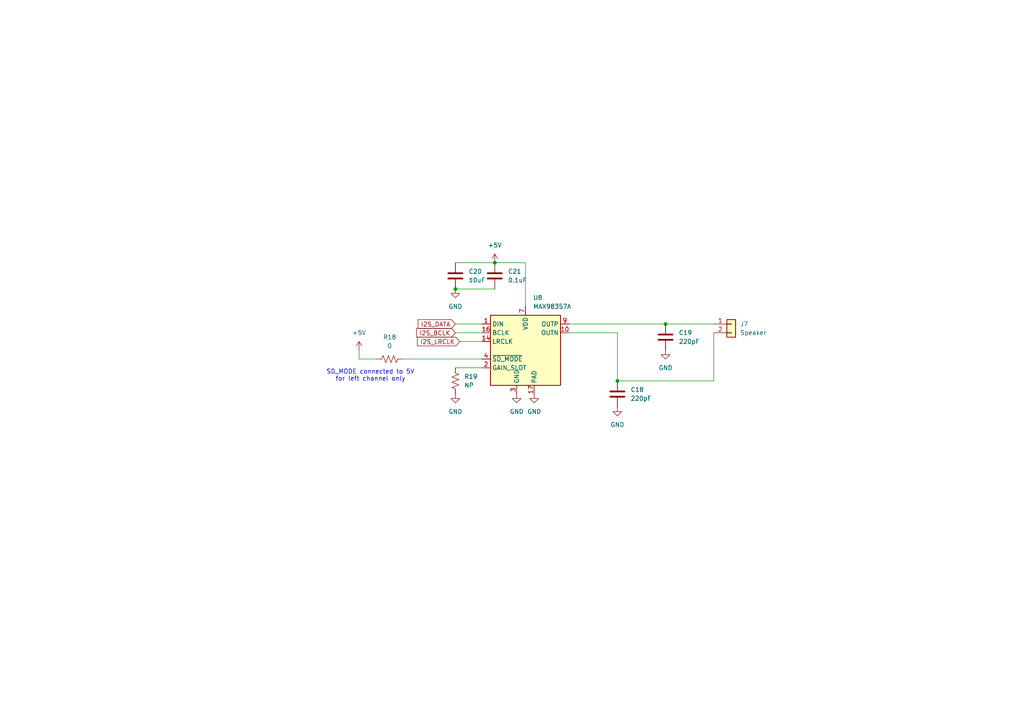
<source format=kicad_sch>
(kicad_sch
	(version 20231120)
	(generator "eeschema")
	(generator_version "8.0")
	(uuid "df73685d-7355-4370-9421-638c518a580c")
	(paper "A4")
	(lib_symbols
		(symbol "Audio:MAX98357A"
			(exclude_from_sim no)
			(in_bom yes)
			(on_board yes)
			(property "Reference" "U"
				(at -8.89 11.43 0)
				(effects
					(font
						(size 1.27 1.27)
					)
				)
			)
			(property "Value" "MAX98357A"
				(at 10.16 11.43 0)
				(effects
					(font
						(size 1.27 1.27)
					)
				)
			)
			(property "Footprint" "Package_DFN_QFN:TQFN-16-1EP_3x3mm_P0.5mm_EP1.23x1.23mm"
				(at -1.27 -2.54 0)
				(effects
					(font
						(size 1.27 1.27)
					)
					(hide yes)
				)
			)
			(property "Datasheet" "https://www.analog.com/media/en/technical-documentation/data-sheets/MAX98357A-MAX98357B.pdf"
				(at 0 -2.54 0)
				(effects
					(font
						(size 1.27 1.27)
					)
					(hide yes)
				)
			)
			(property "Description" "Mono DAC with amplifier, I2S, PCM, TDM, 32-bit, 96khz, 3.2W, TQFP-16"
				(at 0 0 0)
				(effects
					(font
						(size 1.27 1.27)
					)
					(hide yes)
				)
			)
			(property "ki_keywords" "pcm tdm i2s left-justified amplifier audio dac"
				(at 0 0 0)
				(effects
					(font
						(size 1.27 1.27)
					)
					(hide yes)
				)
			)
			(property "ki_fp_filters" "TQFN*3x3mm*P0.5mm*EP1.23x1.23mm*"
				(at 0 0 0)
				(effects
					(font
						(size 1.27 1.27)
					)
					(hide yes)
				)
			)
			(symbol "MAX98357A_1_1"
				(rectangle
					(start -10.16 10.16)
					(end 10.16 -10.16)
					(stroke
						(width 0.254)
						(type default)
					)
					(fill
						(type background)
					)
				)
				(pin input line
					(at -12.7 7.62 0)
					(length 2.54)
					(name "DIN"
						(effects
							(font
								(size 1.27 1.27)
							)
						)
					)
					(number "1"
						(effects
							(font
								(size 1.27 1.27)
							)
						)
					)
				)
				(pin output line
					(at 12.7 5.08 180)
					(length 2.54)
					(name "OUTN"
						(effects
							(font
								(size 1.27 1.27)
							)
						)
					)
					(number "10"
						(effects
							(font
								(size 1.27 1.27)
							)
						)
					)
				)
				(pin passive line
					(at -2.54 -12.7 90)
					(length 2.54) hide
					(name "GND"
						(effects
							(font
								(size 1.27 1.27)
							)
						)
					)
					(number "11"
						(effects
							(font
								(size 1.27 1.27)
							)
						)
					)
				)
				(pin no_connect line
					(at 10.16 -5.08 180)
					(length 2.54) hide
					(name "NC"
						(effects
							(font
								(size 1.27 1.27)
							)
						)
					)
					(number "12"
						(effects
							(font
								(size 1.27 1.27)
							)
						)
					)
				)
				(pin no_connect line
					(at 10.16 -7.62 180)
					(length 2.54) hide
					(name "NC"
						(effects
							(font
								(size 1.27 1.27)
							)
						)
					)
					(number "13"
						(effects
							(font
								(size 1.27 1.27)
							)
						)
					)
				)
				(pin input line
					(at -12.7 2.54 0)
					(length 2.54)
					(name "LRCLK"
						(effects
							(font
								(size 1.27 1.27)
							)
						)
					)
					(number "14"
						(effects
							(font
								(size 1.27 1.27)
							)
						)
					)
				)
				(pin passive line
					(at -2.54 -12.7 90)
					(length 2.54) hide
					(name "GND"
						(effects
							(font
								(size 1.27 1.27)
							)
						)
					)
					(number "15"
						(effects
							(font
								(size 1.27 1.27)
							)
						)
					)
				)
				(pin input line
					(at -12.7 5.08 0)
					(length 2.54)
					(name "BCLK"
						(effects
							(font
								(size 1.27 1.27)
							)
						)
					)
					(number "16"
						(effects
							(font
								(size 1.27 1.27)
							)
						)
					)
				)
				(pin unspecified line
					(at 2.54 -12.7 90)
					(length 2.54)
					(name "PAD"
						(effects
							(font
								(size 1.27 1.27)
							)
						)
					)
					(number "17"
						(effects
							(font
								(size 1.27 1.27)
							)
						)
					)
				)
				(pin passive line
					(at -12.7 -5.08 0)
					(length 2.54)
					(name "GAIN_SLOT"
						(effects
							(font
								(size 1.27 1.27)
							)
						)
					)
					(number "2"
						(effects
							(font
								(size 1.27 1.27)
							)
						)
					)
				)
				(pin power_in line
					(at -2.54 -12.7 90)
					(length 2.54)
					(name "GND"
						(effects
							(font
								(size 1.27 1.27)
							)
						)
					)
					(number "3"
						(effects
							(font
								(size 1.27 1.27)
							)
						)
					)
				)
				(pin input line
					(at -12.7 -2.54 0)
					(length 2.54)
					(name "~{SD_MODE}"
						(effects
							(font
								(size 1.27 1.27)
							)
						)
					)
					(number "4"
						(effects
							(font
								(size 1.27 1.27)
							)
						)
					)
				)
				(pin no_connect line
					(at 10.16 2.54 180)
					(length 2.54) hide
					(name "NC"
						(effects
							(font
								(size 1.27 1.27)
							)
						)
					)
					(number "5"
						(effects
							(font
								(size 1.27 1.27)
							)
						)
					)
				)
				(pin no_connect line
					(at 10.16 0 180)
					(length 2.54) hide
					(name "NC"
						(effects
							(font
								(size 1.27 1.27)
							)
						)
					)
					(number "6"
						(effects
							(font
								(size 1.27 1.27)
							)
						)
					)
				)
				(pin power_in line
					(at 0 12.7 270)
					(length 2.54)
					(name "VDD"
						(effects
							(font
								(size 1.27 1.27)
							)
						)
					)
					(number "7"
						(effects
							(font
								(size 1.27 1.27)
							)
						)
					)
				)
				(pin passive line
					(at 0 12.7 270)
					(length 2.54) hide
					(name "VDD"
						(effects
							(font
								(size 1.27 1.27)
							)
						)
					)
					(number "8"
						(effects
							(font
								(size 1.27 1.27)
							)
						)
					)
				)
				(pin output line
					(at 12.7 7.62 180)
					(length 2.54)
					(name "OUTP"
						(effects
							(font
								(size 1.27 1.27)
							)
						)
					)
					(number "9"
						(effects
							(font
								(size 1.27 1.27)
							)
						)
					)
				)
			)
		)
		(symbol "Connector_Generic:Conn_01x02"
			(pin_names
				(offset 1.016) hide)
			(exclude_from_sim no)
			(in_bom yes)
			(on_board yes)
			(property "Reference" "J"
				(at 0 2.54 0)
				(effects
					(font
						(size 1.27 1.27)
					)
				)
			)
			(property "Value" "Conn_01x02"
				(at 0 -5.08 0)
				(effects
					(font
						(size 1.27 1.27)
					)
				)
			)
			(property "Footprint" ""
				(at 0 0 0)
				(effects
					(font
						(size 1.27 1.27)
					)
					(hide yes)
				)
			)
			(property "Datasheet" "~"
				(at 0 0 0)
				(effects
					(font
						(size 1.27 1.27)
					)
					(hide yes)
				)
			)
			(property "Description" "Generic connector, single row, 01x02, script generated (kicad-library-utils/schlib/autogen/connector/)"
				(at 0 0 0)
				(effects
					(font
						(size 1.27 1.27)
					)
					(hide yes)
				)
			)
			(property "ki_keywords" "connector"
				(at 0 0 0)
				(effects
					(font
						(size 1.27 1.27)
					)
					(hide yes)
				)
			)
			(property "ki_fp_filters" "Connector*:*_1x??_*"
				(at 0 0 0)
				(effects
					(font
						(size 1.27 1.27)
					)
					(hide yes)
				)
			)
			(symbol "Conn_01x02_1_1"
				(rectangle
					(start -1.27 -2.413)
					(end 0 -2.667)
					(stroke
						(width 0.1524)
						(type default)
					)
					(fill
						(type none)
					)
				)
				(rectangle
					(start -1.27 0.127)
					(end 0 -0.127)
					(stroke
						(width 0.1524)
						(type default)
					)
					(fill
						(type none)
					)
				)
				(rectangle
					(start -1.27 1.27)
					(end 1.27 -3.81)
					(stroke
						(width 0.254)
						(type default)
					)
					(fill
						(type background)
					)
				)
				(pin passive line
					(at -5.08 0 0)
					(length 3.81)
					(name "Pin_1"
						(effects
							(font
								(size 1.27 1.27)
							)
						)
					)
					(number "1"
						(effects
							(font
								(size 1.27 1.27)
							)
						)
					)
				)
				(pin passive line
					(at -5.08 -2.54 0)
					(length 3.81)
					(name "Pin_2"
						(effects
							(font
								(size 1.27 1.27)
							)
						)
					)
					(number "2"
						(effects
							(font
								(size 1.27 1.27)
							)
						)
					)
				)
			)
		)
		(symbol "Device:C"
			(pin_numbers hide)
			(pin_names
				(offset 0.254)
			)
			(exclude_from_sim no)
			(in_bom yes)
			(on_board yes)
			(property "Reference" "C"
				(at 0.635 2.54 0)
				(effects
					(font
						(size 1.27 1.27)
					)
					(justify left)
				)
			)
			(property "Value" "C"
				(at 0.635 -2.54 0)
				(effects
					(font
						(size 1.27 1.27)
					)
					(justify left)
				)
			)
			(property "Footprint" ""
				(at 0.9652 -3.81 0)
				(effects
					(font
						(size 1.27 1.27)
					)
					(hide yes)
				)
			)
			(property "Datasheet" "~"
				(at 0 0 0)
				(effects
					(font
						(size 1.27 1.27)
					)
					(hide yes)
				)
			)
			(property "Description" "Unpolarized capacitor"
				(at 0 0 0)
				(effects
					(font
						(size 1.27 1.27)
					)
					(hide yes)
				)
			)
			(property "ki_keywords" "cap capacitor"
				(at 0 0 0)
				(effects
					(font
						(size 1.27 1.27)
					)
					(hide yes)
				)
			)
			(property "ki_fp_filters" "C_*"
				(at 0 0 0)
				(effects
					(font
						(size 1.27 1.27)
					)
					(hide yes)
				)
			)
			(symbol "C_0_1"
				(polyline
					(pts
						(xy -2.032 -0.762) (xy 2.032 -0.762)
					)
					(stroke
						(width 0.508)
						(type default)
					)
					(fill
						(type none)
					)
				)
				(polyline
					(pts
						(xy -2.032 0.762) (xy 2.032 0.762)
					)
					(stroke
						(width 0.508)
						(type default)
					)
					(fill
						(type none)
					)
				)
			)
			(symbol "C_1_1"
				(pin passive line
					(at 0 3.81 270)
					(length 2.794)
					(name "~"
						(effects
							(font
								(size 1.27 1.27)
							)
						)
					)
					(number "1"
						(effects
							(font
								(size 1.27 1.27)
							)
						)
					)
				)
				(pin passive line
					(at 0 -3.81 90)
					(length 2.794)
					(name "~"
						(effects
							(font
								(size 1.27 1.27)
							)
						)
					)
					(number "2"
						(effects
							(font
								(size 1.27 1.27)
							)
						)
					)
				)
			)
		)
		(symbol "Device:R_US"
			(pin_numbers hide)
			(pin_names
				(offset 0)
			)
			(exclude_from_sim no)
			(in_bom yes)
			(on_board yes)
			(property "Reference" "R"
				(at 2.54 0 90)
				(effects
					(font
						(size 1.27 1.27)
					)
				)
			)
			(property "Value" "R_US"
				(at -2.54 0 90)
				(effects
					(font
						(size 1.27 1.27)
					)
				)
			)
			(property "Footprint" ""
				(at 1.016 -0.254 90)
				(effects
					(font
						(size 1.27 1.27)
					)
					(hide yes)
				)
			)
			(property "Datasheet" "~"
				(at 0 0 0)
				(effects
					(font
						(size 1.27 1.27)
					)
					(hide yes)
				)
			)
			(property "Description" "Resistor, US symbol"
				(at 0 0 0)
				(effects
					(font
						(size 1.27 1.27)
					)
					(hide yes)
				)
			)
			(property "ki_keywords" "R res resistor"
				(at 0 0 0)
				(effects
					(font
						(size 1.27 1.27)
					)
					(hide yes)
				)
			)
			(property "ki_fp_filters" "R_*"
				(at 0 0 0)
				(effects
					(font
						(size 1.27 1.27)
					)
					(hide yes)
				)
			)
			(symbol "R_US_0_1"
				(polyline
					(pts
						(xy 0 -2.286) (xy 0 -2.54)
					)
					(stroke
						(width 0)
						(type default)
					)
					(fill
						(type none)
					)
				)
				(polyline
					(pts
						(xy 0 2.286) (xy 0 2.54)
					)
					(stroke
						(width 0)
						(type default)
					)
					(fill
						(type none)
					)
				)
				(polyline
					(pts
						(xy 0 -0.762) (xy 1.016 -1.143) (xy 0 -1.524) (xy -1.016 -1.905) (xy 0 -2.286)
					)
					(stroke
						(width 0)
						(type default)
					)
					(fill
						(type none)
					)
				)
				(polyline
					(pts
						(xy 0 0.762) (xy 1.016 0.381) (xy 0 0) (xy -1.016 -0.381) (xy 0 -0.762)
					)
					(stroke
						(width 0)
						(type default)
					)
					(fill
						(type none)
					)
				)
				(polyline
					(pts
						(xy 0 2.286) (xy 1.016 1.905) (xy 0 1.524) (xy -1.016 1.143) (xy 0 0.762)
					)
					(stroke
						(width 0)
						(type default)
					)
					(fill
						(type none)
					)
				)
			)
			(symbol "R_US_1_1"
				(pin passive line
					(at 0 3.81 270)
					(length 1.27)
					(name "~"
						(effects
							(font
								(size 1.27 1.27)
							)
						)
					)
					(number "1"
						(effects
							(font
								(size 1.27 1.27)
							)
						)
					)
				)
				(pin passive line
					(at 0 -3.81 90)
					(length 1.27)
					(name "~"
						(effects
							(font
								(size 1.27 1.27)
							)
						)
					)
					(number "2"
						(effects
							(font
								(size 1.27 1.27)
							)
						)
					)
				)
			)
		)
		(symbol "power:+5V"
			(power)
			(pin_numbers hide)
			(pin_names
				(offset 0) hide)
			(exclude_from_sim no)
			(in_bom yes)
			(on_board yes)
			(property "Reference" "#PWR"
				(at 0 -3.81 0)
				(effects
					(font
						(size 1.27 1.27)
					)
					(hide yes)
				)
			)
			(property "Value" "+5V"
				(at 0 3.556 0)
				(effects
					(font
						(size 1.27 1.27)
					)
				)
			)
			(property "Footprint" ""
				(at 0 0 0)
				(effects
					(font
						(size 1.27 1.27)
					)
					(hide yes)
				)
			)
			(property "Datasheet" ""
				(at 0 0 0)
				(effects
					(font
						(size 1.27 1.27)
					)
					(hide yes)
				)
			)
			(property "Description" "Power symbol creates a global label with name \"+5V\""
				(at 0 0 0)
				(effects
					(font
						(size 1.27 1.27)
					)
					(hide yes)
				)
			)
			(property "ki_keywords" "global power"
				(at 0 0 0)
				(effects
					(font
						(size 1.27 1.27)
					)
					(hide yes)
				)
			)
			(symbol "+5V_0_1"
				(polyline
					(pts
						(xy -0.762 1.27) (xy 0 2.54)
					)
					(stroke
						(width 0)
						(type default)
					)
					(fill
						(type none)
					)
				)
				(polyline
					(pts
						(xy 0 0) (xy 0 2.54)
					)
					(stroke
						(width 0)
						(type default)
					)
					(fill
						(type none)
					)
				)
				(polyline
					(pts
						(xy 0 2.54) (xy 0.762 1.27)
					)
					(stroke
						(width 0)
						(type default)
					)
					(fill
						(type none)
					)
				)
			)
			(symbol "+5V_1_1"
				(pin power_in line
					(at 0 0 90)
					(length 0)
					(name "~"
						(effects
							(font
								(size 1.27 1.27)
							)
						)
					)
					(number "1"
						(effects
							(font
								(size 1.27 1.27)
							)
						)
					)
				)
			)
		)
		(symbol "power:GND"
			(power)
			(pin_numbers hide)
			(pin_names
				(offset 0) hide)
			(exclude_from_sim no)
			(in_bom yes)
			(on_board yes)
			(property "Reference" "#PWR"
				(at 0 -6.35 0)
				(effects
					(font
						(size 1.27 1.27)
					)
					(hide yes)
				)
			)
			(property "Value" "GND"
				(at 0 -3.81 0)
				(effects
					(font
						(size 1.27 1.27)
					)
				)
			)
			(property "Footprint" ""
				(at 0 0 0)
				(effects
					(font
						(size 1.27 1.27)
					)
					(hide yes)
				)
			)
			(property "Datasheet" ""
				(at 0 0 0)
				(effects
					(font
						(size 1.27 1.27)
					)
					(hide yes)
				)
			)
			(property "Description" "Power symbol creates a global label with name \"GND\" , ground"
				(at 0 0 0)
				(effects
					(font
						(size 1.27 1.27)
					)
					(hide yes)
				)
			)
			(property "ki_keywords" "global power"
				(at 0 0 0)
				(effects
					(font
						(size 1.27 1.27)
					)
					(hide yes)
				)
			)
			(symbol "GND_0_1"
				(polyline
					(pts
						(xy 0 0) (xy 0 -1.27) (xy 1.27 -1.27) (xy 0 -2.54) (xy -1.27 -1.27) (xy 0 -1.27)
					)
					(stroke
						(width 0)
						(type default)
					)
					(fill
						(type none)
					)
				)
			)
			(symbol "GND_1_1"
				(pin power_in line
					(at 0 0 270)
					(length 0)
					(name "~"
						(effects
							(font
								(size 1.27 1.27)
							)
						)
					)
					(number "1"
						(effects
							(font
								(size 1.27 1.27)
							)
						)
					)
				)
			)
		)
	)
	(junction
		(at 179.07 110.49)
		(diameter 0)
		(color 0 0 0 0)
		(uuid "35cd2bf5-a651-4c23-a5a5-785ef5b42c82")
	)
	(junction
		(at 132.08 83.82)
		(diameter 0)
		(color 0 0 0 0)
		(uuid "5b2bebfa-63ca-4938-8147-91e39cd27e29")
	)
	(junction
		(at 193.04 93.98)
		(diameter 0)
		(color 0 0 0 0)
		(uuid "858161cb-af9a-4bad-99ff-2ea8670540b2")
	)
	(junction
		(at 143.51 76.2)
		(diameter 0)
		(color 0 0 0 0)
		(uuid "d502554d-473d-4d29-9671-b01e01c614d5")
	)
	(wire
		(pts
			(xy 104.14 104.14) (xy 104.14 101.6)
		)
		(stroke
			(width 0)
			(type default)
		)
		(uuid "0624a835-268a-4575-b50c-0c24f6fb6ace")
	)
	(wire
		(pts
			(xy 143.51 76.2) (xy 152.4 76.2)
		)
		(stroke
			(width 0)
			(type default)
		)
		(uuid "11cbe0e6-edb1-486c-b00d-3202360b1e0e")
	)
	(wire
		(pts
			(xy 132.08 83.82) (xy 143.51 83.82)
		)
		(stroke
			(width 0)
			(type default)
		)
		(uuid "2594eb99-805b-431f-9845-f1781715b75b")
	)
	(wire
		(pts
			(xy 179.07 96.52) (xy 179.07 110.49)
		)
		(stroke
			(width 0)
			(type default)
		)
		(uuid "3cc51fca-0629-41f8-998e-aabe7a81e05c")
	)
	(wire
		(pts
			(xy 152.4 76.2) (xy 152.4 88.9)
		)
		(stroke
			(width 0)
			(type default)
		)
		(uuid "422049e8-8dc0-4dfc-acb3-b858e068f0e2")
	)
	(wire
		(pts
			(xy 132.08 76.2) (xy 143.51 76.2)
		)
		(stroke
			(width 0)
			(type default)
		)
		(uuid "4f4854fa-044a-4c12-8524-964628339af6")
	)
	(wire
		(pts
			(xy 132.08 96.52) (xy 139.7 96.52)
		)
		(stroke
			(width 0)
			(type default)
		)
		(uuid "5045fb93-4a26-4696-bbc6-8528b0eacb6b")
	)
	(wire
		(pts
			(xy 179.07 96.52) (xy 165.1 96.52)
		)
		(stroke
			(width 0)
			(type default)
		)
		(uuid "5b9cef89-3fd2-4259-a4f6-2f4b80a5a354")
	)
	(wire
		(pts
			(xy 207.01 110.49) (xy 179.07 110.49)
		)
		(stroke
			(width 0)
			(type default)
		)
		(uuid "5e708168-0901-43e3-9183-70e229c60673")
	)
	(wire
		(pts
			(xy 207.01 96.52) (xy 207.01 110.49)
		)
		(stroke
			(width 0)
			(type default)
		)
		(uuid "69fdf66d-e70f-47bd-b16f-f2131484f841")
	)
	(wire
		(pts
			(xy 132.08 106.68) (xy 139.7 106.68)
		)
		(stroke
			(width 0)
			(type default)
		)
		(uuid "7f5bd0a0-c4ab-47a4-80fe-f1b46b7858dc")
	)
	(wire
		(pts
			(xy 116.84 104.14) (xy 139.7 104.14)
		)
		(stroke
			(width 0)
			(type default)
		)
		(uuid "a34decfd-d43b-4be9-a7d7-0889016ea3b9")
	)
	(wire
		(pts
			(xy 104.14 104.14) (xy 109.22 104.14)
		)
		(stroke
			(width 0)
			(type default)
		)
		(uuid "c01c16ad-c23a-4d70-adfa-5ae5635cfb76")
	)
	(wire
		(pts
			(xy 165.1 93.98) (xy 193.04 93.98)
		)
		(stroke
			(width 0)
			(type default)
		)
		(uuid "c7960e7e-a013-41d3-86f7-591d1d206a61")
	)
	(wire
		(pts
			(xy 132.08 93.98) (xy 139.7 93.98)
		)
		(stroke
			(width 0)
			(type default)
		)
		(uuid "c9ce9b95-3f20-4654-8a51-9cc34f2c7ce9")
	)
	(wire
		(pts
			(xy 133.35 99.06) (xy 139.7 99.06)
		)
		(stroke
			(width 0)
			(type default)
		)
		(uuid "d3f2e924-9590-462e-8771-19849df596ef")
	)
	(wire
		(pts
			(xy 193.04 93.98) (xy 207.01 93.98)
		)
		(stroke
			(width 0)
			(type default)
		)
		(uuid "e362db20-fc8d-44f9-8e6f-b98e30ac7128")
	)
	(text "SD_MODE connected to 5V\nfor left channel only\n"
		(exclude_from_sim no)
		(at 107.442 108.966 0)
		(effects
			(font
				(size 1.27 1.27)
			)
		)
		(uuid "eb964b54-e97d-459c-8879-2c403f717bdf")
	)
	(global_label "I2S_DATA"
		(shape input)
		(at 132.08 93.98 180)
		(fields_autoplaced yes)
		(effects
			(font
				(size 1.27 1.27)
			)
			(justify right)
		)
		(uuid "44d3b98d-4559-4e09-a86b-09385c5d52da")
		(property "Intersheetrefs" "${INTERSHEET_REFS}"
			(at 120.6886 93.98 0)
			(effects
				(font
					(size 1.27 1.27)
				)
				(justify right)
				(hide yes)
			)
		)
	)
	(global_label "I2S_BCLK"
		(shape input)
		(at 132.08 96.52 180)
		(fields_autoplaced yes)
		(effects
			(font
				(size 1.27 1.27)
			)
			(justify right)
		)
		(uuid "73d38840-3507-4c82-8614-24a56d404125")
		(property "Intersheetrefs" "${INTERSHEET_REFS}"
			(at 120.2653 96.52 0)
			(effects
				(font
					(size 1.27 1.27)
				)
				(justify right)
				(hide yes)
			)
		)
	)
	(global_label "I2S_LRCLK"
		(shape input)
		(at 133.35 99.06 180)
		(fields_autoplaced yes)
		(effects
			(font
				(size 1.27 1.27)
			)
			(justify right)
		)
		(uuid "ea0ff838-bb22-4a64-a360-af56494e79f5")
		(property "Intersheetrefs" "${INTERSHEET_REFS}"
			(at 120.5072 99.06 0)
			(effects
				(font
					(size 1.27 1.27)
				)
				(justify right)
				(hide yes)
			)
		)
	)
	(symbol
		(lib_id "Device:R_US")
		(at 132.08 110.49 180)
		(unit 1)
		(exclude_from_sim no)
		(in_bom yes)
		(on_board yes)
		(dnp no)
		(fields_autoplaced yes)
		(uuid "107cbe60-d1f3-400d-ad8e-cbf81c2e58ce")
		(property "Reference" "R19"
			(at 134.62 109.2199 0)
			(effects
				(font
					(size 1.27 1.27)
				)
				(justify right)
			)
		)
		(property "Value" "NP"
			(at 134.62 111.7599 0)
			(effects
				(font
					(size 1.27 1.27)
				)
				(justify right)
			)
		)
		(property "Footprint" "Resistor_SMD:R_0603_1608Metric_Pad0.98x0.95mm_HandSolder"
			(at 131.064 110.236 90)
			(effects
				(font
					(size 1.27 1.27)
				)
				(hide yes)
			)
		)
		(property "Datasheet" "~"
			(at 132.08 110.49 0)
			(effects
				(font
					(size 1.27 1.27)
				)
				(hide yes)
			)
		)
		(property "Description" "Resistor, US symbol"
			(at 132.08 110.49 0)
			(effects
				(font
					(size 1.27 1.27)
				)
				(hide yes)
			)
		)
		(pin "1"
			(uuid "97435626-b323-455b-87e1-e1660430f71a")
		)
		(pin "2"
			(uuid "bc3df974-d9ad-42a2-8c9c-3b99babf77af")
		)
		(instances
			(project "TX"
				(path "/f9f54452-72bc-42e0-a85c-2b2c5cedd536/069004a8-8e7b-484b-a9d3-3826265afee6"
					(reference "R19")
					(unit 1)
				)
			)
		)
	)
	(symbol
		(lib_id "power:+5V")
		(at 104.14 101.6 0)
		(unit 1)
		(exclude_from_sim no)
		(in_bom yes)
		(on_board yes)
		(dnp no)
		(fields_autoplaced yes)
		(uuid "206d022c-416b-4482-b4f8-dfa048a5f5c5")
		(property "Reference" "#PWR036"
			(at 104.14 105.41 0)
			(effects
				(font
					(size 1.27 1.27)
				)
				(hide yes)
			)
		)
		(property "Value" "+5V"
			(at 104.14 96.52 0)
			(effects
				(font
					(size 1.27 1.27)
				)
			)
		)
		(property "Footprint" ""
			(at 104.14 101.6 0)
			(effects
				(font
					(size 1.27 1.27)
				)
				(hide yes)
			)
		)
		(property "Datasheet" ""
			(at 104.14 101.6 0)
			(effects
				(font
					(size 1.27 1.27)
				)
				(hide yes)
			)
		)
		(property "Description" "Power symbol creates a global label with name \"+5V\""
			(at 104.14 101.6 0)
			(effects
				(font
					(size 1.27 1.27)
				)
				(hide yes)
			)
		)
		(pin "1"
			(uuid "388ce1f7-755b-44ab-9c72-dda723b24cef")
		)
		(instances
			(project "TX"
				(path "/f9f54452-72bc-42e0-a85c-2b2c5cedd536/069004a8-8e7b-484b-a9d3-3826265afee6"
					(reference "#PWR036")
					(unit 1)
				)
			)
		)
	)
	(symbol
		(lib_id "Connector_Generic:Conn_01x02")
		(at 212.09 93.98 0)
		(unit 1)
		(exclude_from_sim no)
		(in_bom yes)
		(on_board yes)
		(dnp no)
		(uuid "3854aae2-b663-4068-b204-0bbfa9208886")
		(property "Reference" "J7"
			(at 214.63 93.9799 0)
			(effects
				(font
					(size 1.27 1.27)
				)
				(justify left)
			)
		)
		(property "Value" "Speaker"
			(at 214.63 96.5199 0)
			(effects
				(font
					(size 1.27 1.27)
				)
				(justify left)
			)
		)
		(property "Footprint" "Connector_Molex:Molex_PicoBlade_53398-0271_1x02-1MP_P1.25mm_Vertical"
			(at 212.09 93.98 0)
			(effects
				(font
					(size 1.27 1.27)
				)
				(hide yes)
			)
		)
		(property "Datasheet" "~"
			(at 212.09 93.98 0)
			(effects
				(font
					(size 1.27 1.27)
				)
				(hide yes)
			)
		)
		(property "Description" "Generic connector, single row, 01x02, script generated (kicad-library-utils/schlib/autogen/connector/)"
			(at 212.09 93.98 0)
			(effects
				(font
					(size 1.27 1.27)
				)
				(hide yes)
			)
		)
		(pin "2"
			(uuid "dad4ad9e-1ce6-4b1a-8a2b-2c79d88cffb2")
		)
		(pin "1"
			(uuid "070738c4-d783-4d0d-9e3e-2801ac58d97a")
		)
		(instances
			(project "TX"
				(path "/f9f54452-72bc-42e0-a85c-2b2c5cedd536/069004a8-8e7b-484b-a9d3-3826265afee6"
					(reference "J7")
					(unit 1)
				)
			)
		)
	)
	(symbol
		(lib_id "power:GND")
		(at 132.08 114.3 0)
		(unit 1)
		(exclude_from_sim no)
		(in_bom yes)
		(on_board yes)
		(dnp no)
		(fields_autoplaced yes)
		(uuid "43f0c874-ca1e-4c2a-907b-113aca22fddb")
		(property "Reference" "#PWR038"
			(at 132.08 120.65 0)
			(effects
				(font
					(size 1.27 1.27)
				)
				(hide yes)
			)
		)
		(property "Value" "GND"
			(at 132.08 119.38 0)
			(effects
				(font
					(size 1.27 1.27)
				)
			)
		)
		(property "Footprint" ""
			(at 132.08 114.3 0)
			(effects
				(font
					(size 1.27 1.27)
				)
				(hide yes)
			)
		)
		(property "Datasheet" ""
			(at 132.08 114.3 0)
			(effects
				(font
					(size 1.27 1.27)
				)
				(hide yes)
			)
		)
		(property "Description" "Power symbol creates a global label with name \"GND\" , ground"
			(at 132.08 114.3 0)
			(effects
				(font
					(size 1.27 1.27)
				)
				(hide yes)
			)
		)
		(pin "1"
			(uuid "f9bf7443-a2cf-4eac-a67a-e5379c364d68")
		)
		(instances
			(project "TX"
				(path "/f9f54452-72bc-42e0-a85c-2b2c5cedd536/069004a8-8e7b-484b-a9d3-3826265afee6"
					(reference "#PWR038")
					(unit 1)
				)
			)
		)
	)
	(symbol
		(lib_id "power:GND")
		(at 149.86 114.3 0)
		(unit 1)
		(exclude_from_sim no)
		(in_bom yes)
		(on_board yes)
		(dnp no)
		(fields_autoplaced yes)
		(uuid "466fe491-8936-4daa-89ab-b020e3ff656a")
		(property "Reference" "#PWR040"
			(at 149.86 120.65 0)
			(effects
				(font
					(size 1.27 1.27)
				)
				(hide yes)
			)
		)
		(property "Value" "GND"
			(at 149.86 119.38 0)
			(effects
				(font
					(size 1.27 1.27)
				)
			)
		)
		(property "Footprint" ""
			(at 149.86 114.3 0)
			(effects
				(font
					(size 1.27 1.27)
				)
				(hide yes)
			)
		)
		(property "Datasheet" ""
			(at 149.86 114.3 0)
			(effects
				(font
					(size 1.27 1.27)
				)
				(hide yes)
			)
		)
		(property "Description" "Power symbol creates a global label with name \"GND\" , ground"
			(at 149.86 114.3 0)
			(effects
				(font
					(size 1.27 1.27)
				)
				(hide yes)
			)
		)
		(pin "1"
			(uuid "aafd19f9-9ea0-4e90-b71a-67708cc431f2")
		)
		(instances
			(project "TX"
				(path "/f9f54452-72bc-42e0-a85c-2b2c5cedd536/069004a8-8e7b-484b-a9d3-3826265afee6"
					(reference "#PWR040")
					(unit 1)
				)
			)
		)
	)
	(symbol
		(lib_id "power:GND")
		(at 179.07 118.11 0)
		(unit 1)
		(exclude_from_sim no)
		(in_bom yes)
		(on_board yes)
		(dnp no)
		(fields_autoplaced yes)
		(uuid "5597448e-499d-47b6-97e4-19d56a9a61e2")
		(property "Reference" "#PWR042"
			(at 179.07 124.46 0)
			(effects
				(font
					(size 1.27 1.27)
				)
				(hide yes)
			)
		)
		(property "Value" "GND"
			(at 179.07 123.19 0)
			(effects
				(font
					(size 1.27 1.27)
				)
			)
		)
		(property "Footprint" ""
			(at 179.07 118.11 0)
			(effects
				(font
					(size 1.27 1.27)
				)
				(hide yes)
			)
		)
		(property "Datasheet" ""
			(at 179.07 118.11 0)
			(effects
				(font
					(size 1.27 1.27)
				)
				(hide yes)
			)
		)
		(property "Description" "Power symbol creates a global label with name \"GND\" , ground"
			(at 179.07 118.11 0)
			(effects
				(font
					(size 1.27 1.27)
				)
				(hide yes)
			)
		)
		(pin "1"
			(uuid "e649f40c-6229-486c-841e-c7946f178d95")
		)
		(instances
			(project "TX"
				(path "/f9f54452-72bc-42e0-a85c-2b2c5cedd536/069004a8-8e7b-484b-a9d3-3826265afee6"
					(reference "#PWR042")
					(unit 1)
				)
			)
		)
	)
	(symbol
		(lib_id "Device:C")
		(at 179.07 114.3 0)
		(unit 1)
		(exclude_from_sim no)
		(in_bom yes)
		(on_board yes)
		(dnp no)
		(fields_autoplaced yes)
		(uuid "710d46eb-8b0c-492e-8edf-c5f338d82c60")
		(property "Reference" "C18"
			(at 182.88 113.0299 0)
			(effects
				(font
					(size 1.27 1.27)
				)
				(justify left)
			)
		)
		(property "Value" "220pF"
			(at 182.88 115.5699 0)
			(effects
				(font
					(size 1.27 1.27)
				)
				(justify left)
			)
		)
		(property "Footprint" "Capacitor_SMD:C_0603_1608Metric_Pad1.08x0.95mm_HandSolder"
			(at 180.0352 118.11 0)
			(effects
				(font
					(size 1.27 1.27)
				)
				(hide yes)
			)
		)
		(property "Datasheet" "~"
			(at 179.07 114.3 0)
			(effects
				(font
					(size 1.27 1.27)
				)
				(hide yes)
			)
		)
		(property "Description" "Unpolarized capacitor"
			(at 179.07 114.3 0)
			(effects
				(font
					(size 1.27 1.27)
				)
				(hide yes)
			)
		)
		(pin "2"
			(uuid "b647ee78-ed68-44ff-be8e-f9c480acdae7")
		)
		(pin "1"
			(uuid "daf2829b-3149-406f-ae19-56cccd7ff8b9")
		)
		(instances
			(project "TX"
				(path "/f9f54452-72bc-42e0-a85c-2b2c5cedd536/069004a8-8e7b-484b-a9d3-3826265afee6"
					(reference "C18")
					(unit 1)
				)
			)
		)
	)
	(symbol
		(lib_id "Device:C")
		(at 143.51 80.01 0)
		(unit 1)
		(exclude_from_sim no)
		(in_bom yes)
		(on_board yes)
		(dnp no)
		(fields_autoplaced yes)
		(uuid "76340bd7-5dba-45a9-abac-7c6e6e5afae1")
		(property "Reference" "C21"
			(at 147.32 78.7399 0)
			(effects
				(font
					(size 1.27 1.27)
				)
				(justify left)
			)
		)
		(property "Value" "0.1uF"
			(at 147.32 81.2799 0)
			(effects
				(font
					(size 1.27 1.27)
				)
				(justify left)
			)
		)
		(property "Footprint" "Capacitor_SMD:C_0603_1608Metric_Pad1.08x0.95mm_HandSolder"
			(at 144.4752 83.82 0)
			(effects
				(font
					(size 1.27 1.27)
				)
				(hide yes)
			)
		)
		(property "Datasheet" "~"
			(at 143.51 80.01 0)
			(effects
				(font
					(size 1.27 1.27)
				)
				(hide yes)
			)
		)
		(property "Description" "Unpolarized capacitor"
			(at 143.51 80.01 0)
			(effects
				(font
					(size 1.27 1.27)
				)
				(hide yes)
			)
		)
		(pin "1"
			(uuid "ce681459-34c5-461f-8acf-990b764182c3")
		)
		(pin "2"
			(uuid "22570bfc-b9ad-4046-8b88-8824aae3abd3")
		)
		(instances
			(project "TX"
				(path "/f9f54452-72bc-42e0-a85c-2b2c5cedd536/069004a8-8e7b-484b-a9d3-3826265afee6"
					(reference "C21")
					(unit 1)
				)
			)
		)
	)
	(symbol
		(lib_id "power:GND")
		(at 193.04 101.6 0)
		(unit 1)
		(exclude_from_sim no)
		(in_bom yes)
		(on_board yes)
		(dnp no)
		(fields_autoplaced yes)
		(uuid "7d65fd7a-8c0b-43e6-bebf-c40dd3767c86")
		(property "Reference" "#PWR043"
			(at 193.04 107.95 0)
			(effects
				(font
					(size 1.27 1.27)
				)
				(hide yes)
			)
		)
		(property "Value" "GND"
			(at 193.04 106.68 0)
			(effects
				(font
					(size 1.27 1.27)
				)
			)
		)
		(property "Footprint" ""
			(at 193.04 101.6 0)
			(effects
				(font
					(size 1.27 1.27)
				)
				(hide yes)
			)
		)
		(property "Datasheet" ""
			(at 193.04 101.6 0)
			(effects
				(font
					(size 1.27 1.27)
				)
				(hide yes)
			)
		)
		(property "Description" "Power symbol creates a global label with name \"GND\" , ground"
			(at 193.04 101.6 0)
			(effects
				(font
					(size 1.27 1.27)
				)
				(hide yes)
			)
		)
		(pin "1"
			(uuid "da1ccc6a-c15a-48d4-a91d-f29d0623624a")
		)
		(instances
			(project "TX"
				(path "/f9f54452-72bc-42e0-a85c-2b2c5cedd536/069004a8-8e7b-484b-a9d3-3826265afee6"
					(reference "#PWR043")
					(unit 1)
				)
			)
		)
	)
	(symbol
		(lib_id "Audio:MAX98357A")
		(at 152.4 101.6 0)
		(unit 1)
		(exclude_from_sim no)
		(in_bom yes)
		(on_board yes)
		(dnp no)
		(fields_autoplaced yes)
		(uuid "9732533d-6337-47b3-b5df-4380986bbf4b")
		(property "Reference" "U8"
			(at 154.5941 86.36 0)
			(effects
				(font
					(size 1.27 1.27)
				)
				(justify left)
			)
		)
		(property "Value" "MAX98357A"
			(at 154.5941 88.9 0)
			(effects
				(font
					(size 1.27 1.27)
				)
				(justify left)
			)
		)
		(property "Footprint" "Package_DFN_QFN:TQFN-16-1EP_3x3mm_P0.5mm_EP1.23x1.23mm"
			(at 151.13 104.14 0)
			(effects
				(font
					(size 1.27 1.27)
				)
				(hide yes)
			)
		)
		(property "Datasheet" "https://www.analog.com/media/en/technical-documentation/data-sheets/MAX98357A-MAX98357B.pdf"
			(at 152.4 104.14 0)
			(effects
				(font
					(size 1.27 1.27)
				)
				(hide yes)
			)
		)
		(property "Description" "Mono DAC with amplifier, I2S, PCM, TDM, 32-bit, 96khz, 3.2W, TQFP-16"
			(at 152.4 101.6 0)
			(effects
				(font
					(size 1.27 1.27)
				)
				(hide yes)
			)
		)
		(pin "7"
			(uuid "3fe59d01-c802-4b1c-9ebd-40b2b96e5a4b")
		)
		(pin "10"
			(uuid "a632fc50-a088-4d67-8f6b-eb17ba25ac7c")
		)
		(pin "2"
			(uuid "637ee57f-ad67-4d25-ae38-ebaebdbfc137")
		)
		(pin "11"
			(uuid "d218db73-402e-4253-8874-cb96d4a4b04a")
		)
		(pin "9"
			(uuid "3d61998f-897d-4726-a3d6-9cce8183b5a8")
		)
		(pin "1"
			(uuid "09cb8db8-b9fa-4054-acc7-30f6a619b03a")
		)
		(pin "16"
			(uuid "3938e152-3d1f-47b1-a616-198e1014d0bf")
		)
		(pin "15"
			(uuid "987e8e82-99d9-4b98-a0a8-1c4564ba09d9")
		)
		(pin "5"
			(uuid "97ab917b-4f40-4e8c-9998-50a256cae6ca")
		)
		(pin "6"
			(uuid "dce4bd03-c5a6-4570-aa4f-ee85b520cad2")
		)
		(pin "14"
			(uuid "ba67e527-daa4-4d52-9b71-ec2e9ab4b55e")
		)
		(pin "12"
			(uuid "e8a92d75-6e89-4d3d-8112-53613838a856")
		)
		(pin "4"
			(uuid "e0f37eb2-156e-4a9a-8688-ce0002eea12b")
		)
		(pin "17"
			(uuid "bbbab0de-7d60-4969-904d-8b57097039ff")
		)
		(pin "13"
			(uuid "5f8c093c-89dd-4a0c-8609-d94ff45e4e4a")
		)
		(pin "3"
			(uuid "bc52c478-da35-4b97-a281-ed6d9fec4fe6")
		)
		(pin "8"
			(uuid "b964672d-d6b0-48e0-b1e8-82b943b8effc")
		)
		(instances
			(project "TX"
				(path "/f9f54452-72bc-42e0-a85c-2b2c5cedd536/069004a8-8e7b-484b-a9d3-3826265afee6"
					(reference "U8")
					(unit 1)
				)
			)
		)
	)
	(symbol
		(lib_id "Device:R_US")
		(at 113.03 104.14 90)
		(unit 1)
		(exclude_from_sim no)
		(in_bom yes)
		(on_board yes)
		(dnp no)
		(fields_autoplaced yes)
		(uuid "bbb1d0f6-17c1-4865-9657-59a60460657b")
		(property "Reference" "R18"
			(at 113.03 97.79 90)
			(effects
				(font
					(size 1.27 1.27)
				)
			)
		)
		(property "Value" "0"
			(at 113.03 100.33 90)
			(effects
				(font
					(size 1.27 1.27)
				)
			)
		)
		(property "Footprint" "Resistor_SMD:R_0603_1608Metric_Pad0.98x0.95mm_HandSolder"
			(at 113.284 103.124 90)
			(effects
				(font
					(size 1.27 1.27)
				)
				(hide yes)
			)
		)
		(property "Datasheet" "~"
			(at 113.03 104.14 0)
			(effects
				(font
					(size 1.27 1.27)
				)
				(hide yes)
			)
		)
		(property "Description" "Resistor, US symbol"
			(at 113.03 104.14 0)
			(effects
				(font
					(size 1.27 1.27)
				)
				(hide yes)
			)
		)
		(pin "1"
			(uuid "61375fdc-2e32-4429-a35d-7ef889cc974f")
		)
		(pin "2"
			(uuid "d05dcd5b-ab12-4f05-be89-d56a422a9071")
		)
		(instances
			(project "TX"
				(path "/f9f54452-72bc-42e0-a85c-2b2c5cedd536/069004a8-8e7b-484b-a9d3-3826265afee6"
					(reference "R18")
					(unit 1)
				)
			)
		)
	)
	(symbol
		(lib_id "Device:C")
		(at 132.08 80.01 0)
		(unit 1)
		(exclude_from_sim no)
		(in_bom yes)
		(on_board yes)
		(dnp no)
		(fields_autoplaced yes)
		(uuid "ce56e745-bd14-4731-9730-a0d066412148")
		(property "Reference" "C20"
			(at 135.89 78.7399 0)
			(effects
				(font
					(size 1.27 1.27)
				)
				(justify left)
			)
		)
		(property "Value" "10uF"
			(at 135.89 81.2799 0)
			(effects
				(font
					(size 1.27 1.27)
				)
				(justify left)
			)
		)
		(property "Footprint" "Capacitor_SMD:C_0603_1608Metric_Pad1.08x0.95mm_HandSolder"
			(at 133.0452 83.82 0)
			(effects
				(font
					(size 1.27 1.27)
				)
				(hide yes)
			)
		)
		(property "Datasheet" "~"
			(at 132.08 80.01 0)
			(effects
				(font
					(size 1.27 1.27)
				)
				(hide yes)
			)
		)
		(property "Description" "Unpolarized capacitor"
			(at 132.08 80.01 0)
			(effects
				(font
					(size 1.27 1.27)
				)
				(hide yes)
			)
		)
		(pin "1"
			(uuid "1978b49e-c5a5-420f-ab7f-ef73dd66e6cc")
		)
		(pin "2"
			(uuid "9a131ee1-1400-43d3-8928-0b70ad5d03ab")
		)
		(instances
			(project "TX"
				(path "/f9f54452-72bc-42e0-a85c-2b2c5cedd536/069004a8-8e7b-484b-a9d3-3826265afee6"
					(reference "C20")
					(unit 1)
				)
			)
		)
	)
	(symbol
		(lib_id "power:+5V")
		(at 143.51 76.2 0)
		(unit 1)
		(exclude_from_sim no)
		(in_bom yes)
		(on_board yes)
		(dnp no)
		(fields_autoplaced yes)
		(uuid "d351076a-79cf-4e6f-9f3a-0886ad4b4112")
		(property "Reference" "#PWR039"
			(at 143.51 80.01 0)
			(effects
				(font
					(size 1.27 1.27)
				)
				(hide yes)
			)
		)
		(property "Value" "+5V"
			(at 143.51 71.12 0)
			(effects
				(font
					(size 1.27 1.27)
				)
			)
		)
		(property "Footprint" ""
			(at 143.51 76.2 0)
			(effects
				(font
					(size 1.27 1.27)
				)
				(hide yes)
			)
		)
		(property "Datasheet" ""
			(at 143.51 76.2 0)
			(effects
				(font
					(size 1.27 1.27)
				)
				(hide yes)
			)
		)
		(property "Description" "Power symbol creates a global label with name \"+5V\""
			(at 143.51 76.2 0)
			(effects
				(font
					(size 1.27 1.27)
				)
				(hide yes)
			)
		)
		(pin "1"
			(uuid "710ae39d-2bb1-4665-9214-e09678e26751")
		)
		(instances
			(project "TX"
				(path "/f9f54452-72bc-42e0-a85c-2b2c5cedd536/069004a8-8e7b-484b-a9d3-3826265afee6"
					(reference "#PWR039")
					(unit 1)
				)
			)
		)
	)
	(symbol
		(lib_id "power:GND")
		(at 154.94 114.3 0)
		(unit 1)
		(exclude_from_sim no)
		(in_bom yes)
		(on_board yes)
		(dnp no)
		(fields_autoplaced yes)
		(uuid "e39972ca-c17a-47ab-bd42-6f7545695d3b")
		(property "Reference" "#PWR041"
			(at 154.94 120.65 0)
			(effects
				(font
					(size 1.27 1.27)
				)
				(hide yes)
			)
		)
		(property "Value" "GND"
			(at 154.94 119.38 0)
			(effects
				(font
					(size 1.27 1.27)
				)
			)
		)
		(property "Footprint" ""
			(at 154.94 114.3 0)
			(effects
				(font
					(size 1.27 1.27)
				)
				(hide yes)
			)
		)
		(property "Datasheet" ""
			(at 154.94 114.3 0)
			(effects
				(font
					(size 1.27 1.27)
				)
				(hide yes)
			)
		)
		(property "Description" "Power symbol creates a global label with name \"GND\" , ground"
			(at 154.94 114.3 0)
			(effects
				(font
					(size 1.27 1.27)
				)
				(hide yes)
			)
		)
		(pin "1"
			(uuid "2c1daa95-3610-4c2e-bf09-e547c0adf5a5")
		)
		(instances
			(project "TX"
				(path "/f9f54452-72bc-42e0-a85c-2b2c5cedd536/069004a8-8e7b-484b-a9d3-3826265afee6"
					(reference "#PWR041")
					(unit 1)
				)
			)
		)
	)
	(symbol
		(lib_id "power:GND")
		(at 132.08 83.82 0)
		(unit 1)
		(exclude_from_sim no)
		(in_bom yes)
		(on_board yes)
		(dnp no)
		(fields_autoplaced yes)
		(uuid "f0ad2b5b-f2e8-47d3-bcb8-7ed3843e8ad4")
		(property "Reference" "#PWR045"
			(at 132.08 90.17 0)
			(effects
				(font
					(size 1.27 1.27)
				)
				(hide yes)
			)
		)
		(property "Value" "GND"
			(at 132.08 88.9 0)
			(effects
				(font
					(size 1.27 1.27)
				)
			)
		)
		(property "Footprint" ""
			(at 132.08 83.82 0)
			(effects
				(font
					(size 1.27 1.27)
				)
				(hide yes)
			)
		)
		(property "Datasheet" ""
			(at 132.08 83.82 0)
			(effects
				(font
					(size 1.27 1.27)
				)
				(hide yes)
			)
		)
		(property "Description" "Power symbol creates a global label with name \"GND\" , ground"
			(at 132.08 83.82 0)
			(effects
				(font
					(size 1.27 1.27)
				)
				(hide yes)
			)
		)
		(pin "1"
			(uuid "2b7cffa0-223c-4c02-9087-103514c49d5b")
		)
		(instances
			(project "TX"
				(path "/f9f54452-72bc-42e0-a85c-2b2c5cedd536/069004a8-8e7b-484b-a9d3-3826265afee6"
					(reference "#PWR045")
					(unit 1)
				)
			)
		)
	)
	(symbol
		(lib_id "Device:C")
		(at 193.04 97.79 0)
		(unit 1)
		(exclude_from_sim no)
		(in_bom yes)
		(on_board yes)
		(dnp no)
		(fields_autoplaced yes)
		(uuid "f264dec9-7656-48a7-859d-0281bdd1c7e4")
		(property "Reference" "C19"
			(at 196.85 96.5199 0)
			(effects
				(font
					(size 1.27 1.27)
				)
				(justify left)
			)
		)
		(property "Value" "220pF"
			(at 196.85 99.0599 0)
			(effects
				(font
					(size 1.27 1.27)
				)
				(justify left)
			)
		)
		(property "Footprint" "Capacitor_SMD:C_0603_1608Metric_Pad1.08x0.95mm_HandSolder"
			(at 194.0052 101.6 0)
			(effects
				(font
					(size 1.27 1.27)
				)
				(hide yes)
			)
		)
		(property "Datasheet" "~"
			(at 193.04 97.79 0)
			(effects
				(font
					(size 1.27 1.27)
				)
				(hide yes)
			)
		)
		(property "Description" "Unpolarized capacitor"
			(at 193.04 97.79 0)
			(effects
				(font
					(size 1.27 1.27)
				)
				(hide yes)
			)
		)
		(pin "2"
			(uuid "fcd500d1-fd36-4f30-83cb-d007d5303411")
		)
		(pin "1"
			(uuid "880df415-2e33-4583-be63-cc0b9ec75b8c")
		)
		(instances
			(project "TX"
				(path "/f9f54452-72bc-42e0-a85c-2b2c5cedd536/069004a8-8e7b-484b-a9d3-3826265afee6"
					(reference "C19")
					(unit 1)
				)
			)
		)
	)
)

</source>
